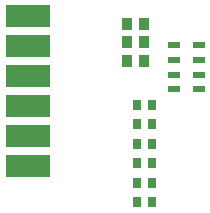
<source format=gtp>
G04 Layer_Color=7318015*
%FSLAX25Y25*%
%MOIN*%
G70*
G01*
G75*
%ADD10R,0.03740X0.04134*%
%ADD11R,0.03150X0.03740*%
%ADD12R,0.15000X0.07600*%
%ADD13R,0.04232X0.02165*%
D10*
X151354Y486000D02*
D03*
X145646D02*
D03*
X151354Y473500D02*
D03*
X145646D02*
D03*
Y480000D02*
D03*
X151354D02*
D03*
D11*
X154059Y426500D02*
D03*
X148941D02*
D03*
X154059Y433000D02*
D03*
X148941D02*
D03*
X154059Y439500D02*
D03*
X148941D02*
D03*
X154059Y459000D02*
D03*
X148941D02*
D03*
X148941Y452500D02*
D03*
X154059D02*
D03*
X154059Y446000D02*
D03*
X148941D02*
D03*
D12*
X112500Y438500D02*
D03*
Y448500D02*
D03*
Y488500D02*
D03*
Y478500D02*
D03*
Y468500D02*
D03*
Y458500D02*
D03*
D13*
X169683Y478882D02*
D03*
Y473961D02*
D03*
Y469039D02*
D03*
X161317Y464118D02*
D03*
Y469039D02*
D03*
Y473961D02*
D03*
X169683Y464118D02*
D03*
X161317Y478882D02*
D03*
M02*

</source>
